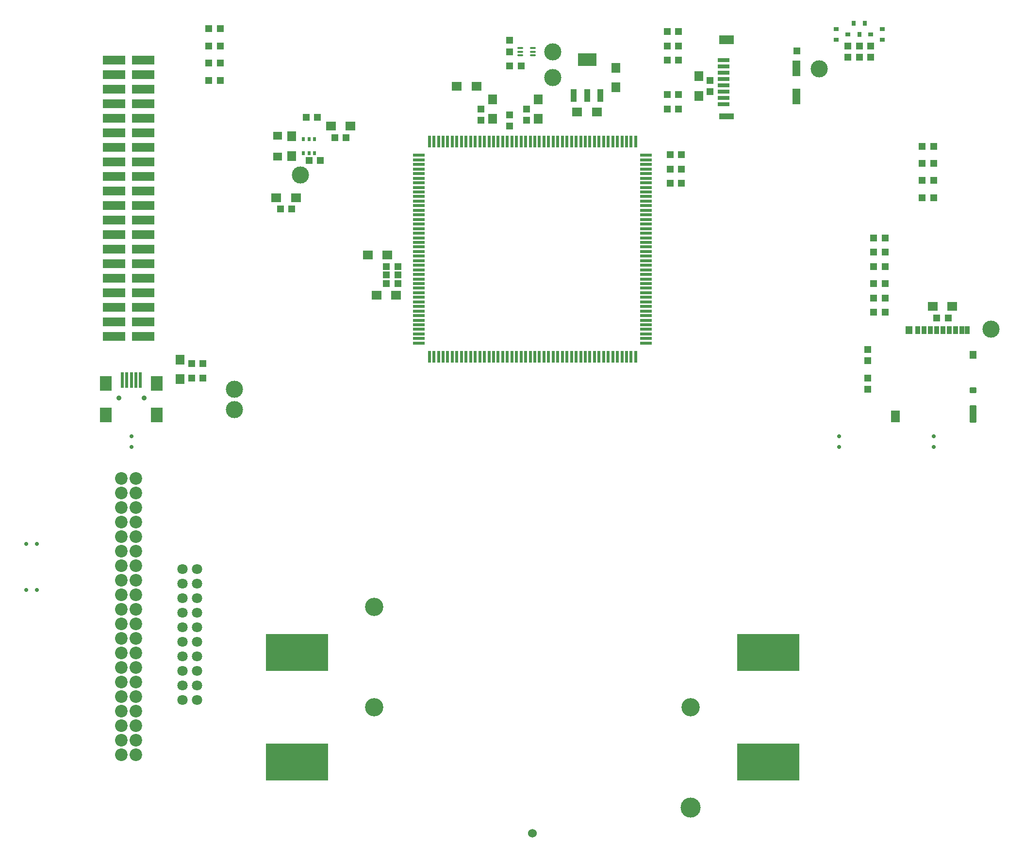
<source format=gbs>
G04 #@! TF.GenerationSoftware,KiCad,Pcbnew,7.0.8*
G04 #@! TF.CreationDate,2023-11-01T09:31:04+09:00*
G04 #@! TF.ProjectId,a5d27_handheld_console_pcb,61356432-375f-4686-916e-6468656c645f,rev?*
G04 #@! TF.SameCoordinates,Original*
G04 #@! TF.FileFunction,Soldermask,Bot*
G04 #@! TF.FilePolarity,Negative*
%FSLAX46Y46*%
G04 Gerber Fmt 4.6, Leading zero omitted, Abs format (unit mm)*
G04 Created by KiCad (PCBNEW 7.0.8) date 2023-11-01 09:31:04*
%MOMM*%
%LPD*%
G01*
G04 APERTURE LIST*
G04 Aperture macros list*
%AMRoundRect*
0 Rectangle with rounded corners*
0 $1 Rounding radius*
0 $2 $3 $4 $5 $6 $7 $8 $9 X,Y pos of 4 corners*
0 Add a 4 corners polygon primitive as box body*
4,1,4,$2,$3,$4,$5,$6,$7,$8,$9,$2,$3,0*
0 Add four circle primitives for the rounded corners*
1,1,$1+$1,$2,$3*
1,1,$1+$1,$4,$5*
1,1,$1+$1,$6,$7*
1,1,$1+$1,$8,$9*
0 Add four rect primitives between the rounded corners*
20,1,$1+$1,$2,$3,$4,$5,0*
20,1,$1+$1,$4,$5,$6,$7,0*
20,1,$1+$1,$6,$7,$8,$9,0*
20,1,$1+$1,$8,$9,$2,$3,0*%
G04 Aperture macros list end*
%ADD10C,2.200000*%
%ADD11C,0.700000*%
%ADD12C,1.800000*%
%ADD13C,1.524000*%
%ADD14R,1.200000X1.200000*%
%ADD15R,1.800000X1.600000*%
%ADD16R,2.000000X0.600000*%
%ADD17R,0.600000X2.000000*%
%ADD18R,0.550000X0.800000*%
%ADD19R,1.600000X1.800000*%
%ADD20R,1.000000X2.300000*%
%ADD21R,3.300000X2.300000*%
%ADD22C,3.000000*%
%ADD23R,2.000000X0.700000*%
%ADD24R,1.400000X2.700000*%
%ADD25R,2.600000X1.000000*%
%ADD26R,2.600000X1.500000*%
%ADD27R,0.900000X0.800000*%
%ADD28C,3.500000*%
%ADD29C,3.200000*%
%ADD30R,10.800000X6.400000*%
%ADD31R,4.000000X1.500000*%
%ADD32R,0.800000X0.900000*%
%ADD33RoundRect,0.102000X0.350000X0.600000X-0.350000X0.600000X-0.350000X-0.600000X0.350000X-0.600000X0*%
%ADD34RoundRect,0.102000X0.500000X0.600000X-0.500000X0.600000X-0.500000X-0.600000X0.500000X-0.600000X0*%
%ADD35RoundRect,0.102000X0.500000X1.400000X-0.500000X1.400000X-0.500000X-1.400000X0.500000X-1.400000X0*%
%ADD36RoundRect,0.102000X0.650000X0.950000X-0.650000X0.950000X-0.650000X-0.950000X0.650000X-0.950000X0*%
%ADD37RoundRect,0.102000X0.500000X0.400000X-0.500000X0.400000X-0.500000X-0.400000X0.500000X-0.400000X0*%
%ADD38RoundRect,0.087500X0.412500X-0.087500X0.412500X0.087500X-0.412500X0.087500X-0.412500X-0.087500X0*%
%ADD39C,0.900000*%
%ADD40R,0.500000X2.800000*%
%ADD41R,2.000000X2.500000*%
%ADD42R,1.500000X1.400000*%
G04 APERTURE END LIST*
D10*
X76310000Y-205640000D03*
X76310000Y-208180000D03*
X76310000Y-210720000D03*
X76310000Y-213260000D03*
X76310000Y-215800000D03*
X76310000Y-218340000D03*
X76310000Y-220880000D03*
X76310000Y-223420000D03*
X76310000Y-225960000D03*
X76310000Y-228500000D03*
X76310000Y-231040000D03*
X76310000Y-233580000D03*
X76310000Y-236120000D03*
X76310000Y-238660000D03*
X76310000Y-241200000D03*
X76310000Y-243740000D03*
X76310000Y-246280000D03*
X76310000Y-248820000D03*
X76310000Y-251360000D03*
X76310000Y-253900000D03*
X78850000Y-253900000D03*
X78850000Y-251360000D03*
X78850000Y-248820000D03*
X78850000Y-246280000D03*
X78850000Y-243740000D03*
X78850000Y-241200000D03*
X78850000Y-238660000D03*
X78850000Y-236120000D03*
X78850000Y-233580000D03*
X78850000Y-231040000D03*
X78850000Y-228500000D03*
X78850000Y-225960000D03*
X78850000Y-223420000D03*
X78850000Y-220880000D03*
X78850000Y-218340000D03*
X78850000Y-215800000D03*
X78850000Y-213260000D03*
X78850000Y-210720000D03*
X78850000Y-208180000D03*
X78850000Y-205640000D03*
D11*
X78080000Y-200140000D03*
X78080000Y-198340000D03*
X61580000Y-225140000D03*
X59780000Y-225140000D03*
D12*
X89580000Y-244410000D03*
X89580000Y-241870000D03*
X89580000Y-239330000D03*
X89580000Y-236790000D03*
X89580000Y-234250000D03*
X89580000Y-231710000D03*
X89580000Y-229170000D03*
X89580000Y-226630000D03*
X89580000Y-224090000D03*
X89580000Y-221550000D03*
X87040000Y-221550000D03*
X87040000Y-224090000D03*
X87040000Y-226630000D03*
X87040000Y-229170000D03*
X87040000Y-231710000D03*
X87040000Y-234250000D03*
X87040000Y-236790000D03*
X87040000Y-239330000D03*
X87040000Y-241870000D03*
X87040000Y-244410000D03*
D11*
X218080000Y-200140000D03*
X218080000Y-198340000D03*
X201580000Y-200140000D03*
X201580000Y-198340000D03*
X61580000Y-217140000D03*
X59780000Y-217140000D03*
D13*
X148080000Y-267640000D03*
D14*
X207580000Y-168640000D03*
X209580000Y-168640000D03*
D15*
X155880000Y-141640000D03*
X159280000Y-141640000D03*
D16*
X128280000Y-182040000D03*
X128280000Y-181240000D03*
X128280000Y-180440000D03*
X128280000Y-179640000D03*
X128280000Y-178840000D03*
X128280000Y-178040000D03*
X128280000Y-177240000D03*
X128280000Y-176440000D03*
X128280000Y-175640000D03*
X128280000Y-174840000D03*
X128280000Y-174040000D03*
X128280000Y-173240000D03*
X128280000Y-172440000D03*
X128280000Y-171640000D03*
X128280000Y-170840000D03*
X128280000Y-170040000D03*
X128280000Y-169240000D03*
X128280000Y-168440000D03*
X128280000Y-167640000D03*
X128280000Y-166840000D03*
X128280000Y-166040000D03*
X128280000Y-165240000D03*
X128280000Y-164440000D03*
X128280000Y-163640000D03*
X128280000Y-162840000D03*
X128280000Y-162040000D03*
X128280000Y-161240000D03*
X128280000Y-160440000D03*
X128280000Y-159640000D03*
X128280000Y-158840000D03*
X128280000Y-158040000D03*
X128280000Y-157240000D03*
X128280000Y-156440000D03*
X128280000Y-155640000D03*
X128280000Y-154840000D03*
X128280000Y-154040000D03*
X128280000Y-153240000D03*
X128280000Y-152440000D03*
X128280000Y-151640000D03*
X128280000Y-150840000D03*
X128280000Y-150040000D03*
X128280000Y-149240000D03*
D17*
X130080000Y-146840000D03*
X130880000Y-146840000D03*
X131680000Y-146840000D03*
X132480000Y-146840000D03*
X133280000Y-146840000D03*
X134080000Y-146840000D03*
X134880000Y-146840000D03*
X135680000Y-146840000D03*
X136480000Y-146840000D03*
X137280000Y-146840000D03*
X138080000Y-146840000D03*
X138880000Y-146840000D03*
X139680000Y-146840000D03*
X140480000Y-146840000D03*
X141280000Y-146840000D03*
X142080000Y-146840000D03*
X142880000Y-146840000D03*
X143680000Y-146840000D03*
X144480000Y-146840000D03*
X145280000Y-146840000D03*
X146080000Y-146840000D03*
X146880000Y-146840000D03*
X147680000Y-146840000D03*
X148480000Y-146840000D03*
X149280000Y-146840000D03*
X150080000Y-146840000D03*
X150880000Y-146840000D03*
X151680000Y-146840000D03*
X152480000Y-146840000D03*
X153280000Y-146840000D03*
X154080000Y-146840000D03*
X154880000Y-146840000D03*
X155680000Y-146840000D03*
X156480000Y-146840000D03*
X157280000Y-146840000D03*
X158080000Y-146840000D03*
X158880000Y-146840000D03*
X159680000Y-146840000D03*
X160480000Y-146840000D03*
X161280000Y-146840000D03*
X162080000Y-146840000D03*
X162880000Y-146840000D03*
X163680000Y-146840000D03*
X164480000Y-146840000D03*
X165280000Y-146840000D03*
X166080000Y-146840000D03*
D16*
X167880000Y-149240000D03*
X167880000Y-150040000D03*
X167880000Y-150840000D03*
X167880000Y-151640000D03*
X167880000Y-152440000D03*
X167880000Y-153240000D03*
X167880000Y-154040000D03*
X167880000Y-154840000D03*
X167880000Y-155640000D03*
X167880000Y-156440000D03*
X167880000Y-157240000D03*
X167880000Y-158040000D03*
X167880000Y-158840000D03*
X167880000Y-159640000D03*
X167880000Y-160440000D03*
X167880000Y-161240000D03*
X167880000Y-162040000D03*
X167880000Y-162840000D03*
X167880000Y-163640000D03*
X167880000Y-164440000D03*
X167880000Y-165240000D03*
X167880000Y-166040000D03*
X167880000Y-166840000D03*
X167880000Y-167640000D03*
X167880000Y-168440000D03*
X167880000Y-169240000D03*
X167880000Y-170040000D03*
X167880000Y-170840000D03*
X167880000Y-171640000D03*
X167880000Y-172440000D03*
X167880000Y-173240000D03*
X167880000Y-174040000D03*
X167880000Y-174840000D03*
X167880000Y-175640000D03*
X167880000Y-176440000D03*
X167880000Y-177240000D03*
X167880000Y-178040000D03*
X167880000Y-178840000D03*
X167880000Y-179640000D03*
X167880000Y-180440000D03*
X167880000Y-181240000D03*
X167880000Y-182040000D03*
D17*
X166080000Y-184440000D03*
X165280000Y-184440000D03*
X164480000Y-184440000D03*
X163680000Y-184440000D03*
X162880000Y-184440000D03*
X162080000Y-184440000D03*
X161280000Y-184440000D03*
X160480000Y-184440000D03*
X159680000Y-184440000D03*
X158880000Y-184440000D03*
X158080000Y-184440000D03*
X157280000Y-184440000D03*
X156480000Y-184440000D03*
X155680000Y-184440000D03*
X154880000Y-184440000D03*
X154080000Y-184440000D03*
X153280000Y-184440000D03*
X152480000Y-184440000D03*
X151680000Y-184440000D03*
X150880000Y-184440000D03*
X150080000Y-184440000D03*
X149280000Y-184440000D03*
X148480000Y-184440000D03*
X147680000Y-184440000D03*
X146880000Y-184440000D03*
X146080000Y-184440000D03*
X145280000Y-184440000D03*
X144480000Y-184440000D03*
X143680000Y-184440000D03*
X142880000Y-184440000D03*
X142080000Y-184440000D03*
X141280000Y-184440000D03*
X140480000Y-184440000D03*
X139680000Y-184440000D03*
X138880000Y-184440000D03*
X138080000Y-184440000D03*
X137280000Y-184440000D03*
X136480000Y-184440000D03*
X135680000Y-184440000D03*
X134880000Y-184440000D03*
X134080000Y-184440000D03*
X133280000Y-184440000D03*
X132480000Y-184440000D03*
X131680000Y-184440000D03*
X130880000Y-184440000D03*
X130080000Y-184440000D03*
D14*
X205080000Y-132140000D03*
X205080000Y-130140000D03*
X207580000Y-163640000D03*
X209580000Y-163640000D03*
X179080000Y-138140000D03*
X179080000Y-136140000D03*
X144080000Y-131140000D03*
X144080000Y-129140000D03*
D18*
X110030000Y-148840000D03*
X109080000Y-148840000D03*
X108130000Y-148840000D03*
X108130000Y-146440000D03*
X109080000Y-146440000D03*
X110030000Y-146440000D03*
D19*
X177080000Y-135440000D03*
X177080000Y-138840000D03*
D14*
X144080000Y-133640000D03*
X146080000Y-133640000D03*
D20*
X159880000Y-138790000D03*
X157580000Y-138790000D03*
X155280000Y-138790000D03*
D21*
X157580000Y-132490000D03*
D14*
X93580000Y-133140000D03*
X91580000Y-133140000D03*
X174080000Y-149140000D03*
X172080000Y-149140000D03*
X171580000Y-130140000D03*
X173580000Y-130140000D03*
X207580000Y-171640000D03*
X209580000Y-171640000D03*
D15*
X103380000Y-156640000D03*
X106780000Y-156640000D03*
D22*
X151580000Y-135640000D03*
D14*
X207080000Y-132140000D03*
X207080000Y-130140000D03*
X206580000Y-183140000D03*
X206580000Y-185140000D03*
X144080000Y-142140000D03*
X144080000Y-144140000D03*
X218080000Y-150640000D03*
X216080000Y-150640000D03*
D23*
X181430000Y-132640000D03*
X181430000Y-133740000D03*
X181430000Y-134840000D03*
X181430000Y-135940000D03*
X181430000Y-137040000D03*
X181430000Y-138140000D03*
X181430000Y-139240000D03*
X181430000Y-140340000D03*
D24*
X194130000Y-134040000D03*
D25*
X181930000Y-142440000D03*
D24*
X194130000Y-138940000D03*
D14*
X194230000Y-130990000D03*
D26*
X181930000Y-129090000D03*
D14*
X122580000Y-168640000D03*
X124580000Y-168640000D03*
X93580000Y-130140000D03*
X91580000Y-130140000D03*
X220580000Y-177640000D03*
X218580000Y-177640000D03*
D27*
X209080000Y-127190000D03*
X209080000Y-129090000D03*
X207080000Y-128140000D03*
D22*
X96080000Y-193640000D03*
D14*
X171580000Y-127640000D03*
X173580000Y-127640000D03*
D28*
X175680000Y-263140000D03*
D29*
X175680000Y-245640000D03*
X120480000Y-245640000D03*
X120480000Y-228140000D03*
D30*
X189180000Y-236090000D03*
X106980000Y-236090000D03*
X189180000Y-255190000D03*
X106980000Y-255190000D03*
D31*
X75080000Y-132640000D03*
X75080000Y-135180000D03*
X75080000Y-137720000D03*
X75080000Y-140260000D03*
X75080000Y-142800000D03*
X75080000Y-145340000D03*
X75080000Y-147880000D03*
X75080000Y-150420000D03*
X75080000Y-152960000D03*
X75080000Y-155500000D03*
X75080000Y-158040000D03*
X75080000Y-160580000D03*
X75080000Y-163120000D03*
X75080000Y-165660000D03*
X75080000Y-168200000D03*
X75080000Y-170740000D03*
X75080000Y-173280000D03*
X75080000Y-175820000D03*
X75080000Y-178360000D03*
X75080000Y-180900000D03*
X80160000Y-180900000D03*
X80160000Y-178360000D03*
X80160000Y-175820000D03*
X80160000Y-173280000D03*
X80160000Y-170740000D03*
X80160000Y-168200000D03*
X80160000Y-165660000D03*
X80160000Y-163120000D03*
X80160000Y-160580000D03*
X80160000Y-158040000D03*
X80160000Y-155500000D03*
X80160000Y-152960000D03*
X80160000Y-150420000D03*
X80160000Y-147880000D03*
X80160000Y-145340000D03*
X80160000Y-142800000D03*
X80160000Y-140260000D03*
X80160000Y-137720000D03*
X80160000Y-135180000D03*
X80160000Y-132640000D03*
D14*
X172080000Y-154140000D03*
X174080000Y-154140000D03*
D19*
X86580000Y-188340000D03*
X86580000Y-184940000D03*
X149080000Y-142840000D03*
X149080000Y-139440000D03*
D14*
X207580000Y-166140000D03*
X209580000Y-166140000D03*
X147080000Y-141140000D03*
X147080000Y-143140000D03*
D22*
X228080000Y-179640000D03*
X198080000Y-134140000D03*
D14*
X171580000Y-132640000D03*
X173580000Y-132640000D03*
X139080000Y-141140000D03*
X139080000Y-143140000D03*
D22*
X151580000Y-131140000D03*
D14*
X218080000Y-153640000D03*
X216080000Y-153640000D03*
X90580000Y-188140000D03*
X88580000Y-188140000D03*
D15*
X138280000Y-137140000D03*
X134880000Y-137140000D03*
D19*
X141080000Y-142840000D03*
X141080000Y-139440000D03*
D32*
X204130000Y-126140000D03*
X206030000Y-126140000D03*
X205080000Y-128140000D03*
D33*
X215305000Y-179758250D03*
X216405000Y-179758250D03*
X217505000Y-179758250D03*
X218605000Y-179758250D03*
X219705000Y-179758250D03*
X220805000Y-179758250D03*
X221905000Y-179758250D03*
X223005000Y-179758250D03*
D34*
X224905000Y-184058250D03*
D35*
X224905000Y-194408250D03*
D36*
X211405000Y-194858250D03*
D34*
X213755000Y-179758250D03*
D37*
X224905000Y-190258250D03*
D33*
X223955000Y-179758250D03*
D14*
X110580000Y-142640000D03*
X108580000Y-142640000D03*
X218080000Y-156640000D03*
X216080000Y-156640000D03*
X171580000Y-138640000D03*
X173580000Y-138640000D03*
D38*
X145980000Y-131790000D03*
X145980000Y-131140000D03*
X145980000Y-130490000D03*
X148180000Y-130490000D03*
X148180000Y-131140000D03*
X148180000Y-131790000D03*
D14*
X93580000Y-136140000D03*
X91580000Y-136140000D03*
X93580000Y-127140000D03*
X91580000Y-127140000D03*
D19*
X106080000Y-149340000D03*
X106080000Y-145940000D03*
D14*
X109080000Y-150140000D03*
X111080000Y-150140000D03*
D22*
X107580000Y-152640000D03*
D14*
X171580000Y-141140000D03*
X173580000Y-141140000D03*
X106080000Y-158640000D03*
X104080000Y-158640000D03*
X206580000Y-188140000D03*
X206580000Y-190140000D03*
X218080000Y-147640000D03*
X216080000Y-147640000D03*
X113580000Y-146140000D03*
X115580000Y-146140000D03*
D15*
X124280000Y-173640000D03*
X120880000Y-173640000D03*
X217880000Y-175640000D03*
X221280000Y-175640000D03*
D14*
X172080000Y-151640000D03*
X174080000Y-151640000D03*
D39*
X75880000Y-191640000D03*
X80280000Y-191640000D03*
D40*
X79680000Y-188465000D03*
X76480000Y-188465000D03*
X78080000Y-188465000D03*
X78880000Y-188465000D03*
X77280000Y-188465000D03*
D41*
X73630000Y-194590000D03*
X82530000Y-194590000D03*
X73630000Y-189090000D03*
X82530000Y-189090000D03*
D19*
X162580000Y-133940000D03*
X162580000Y-137340000D03*
D14*
X207580000Y-174140000D03*
X209580000Y-174140000D03*
X122580000Y-170140000D03*
X124580000Y-170140000D03*
X90580000Y-185640000D03*
X88580000Y-185640000D03*
X203080000Y-132140000D03*
X203080000Y-130140000D03*
D42*
X103580000Y-149440000D03*
X103580000Y-145840000D03*
D14*
X207580000Y-176640000D03*
X209580000Y-176640000D03*
D15*
X116280000Y-144140000D03*
X112880000Y-144140000D03*
D27*
X201080000Y-129090000D03*
X201080000Y-127190000D03*
X203080000Y-128140000D03*
D15*
X122780000Y-166640000D03*
X119380000Y-166640000D03*
D22*
X96080000Y-190140000D03*
D14*
X122580000Y-171640000D03*
X124580000Y-171640000D03*
M02*

</source>
